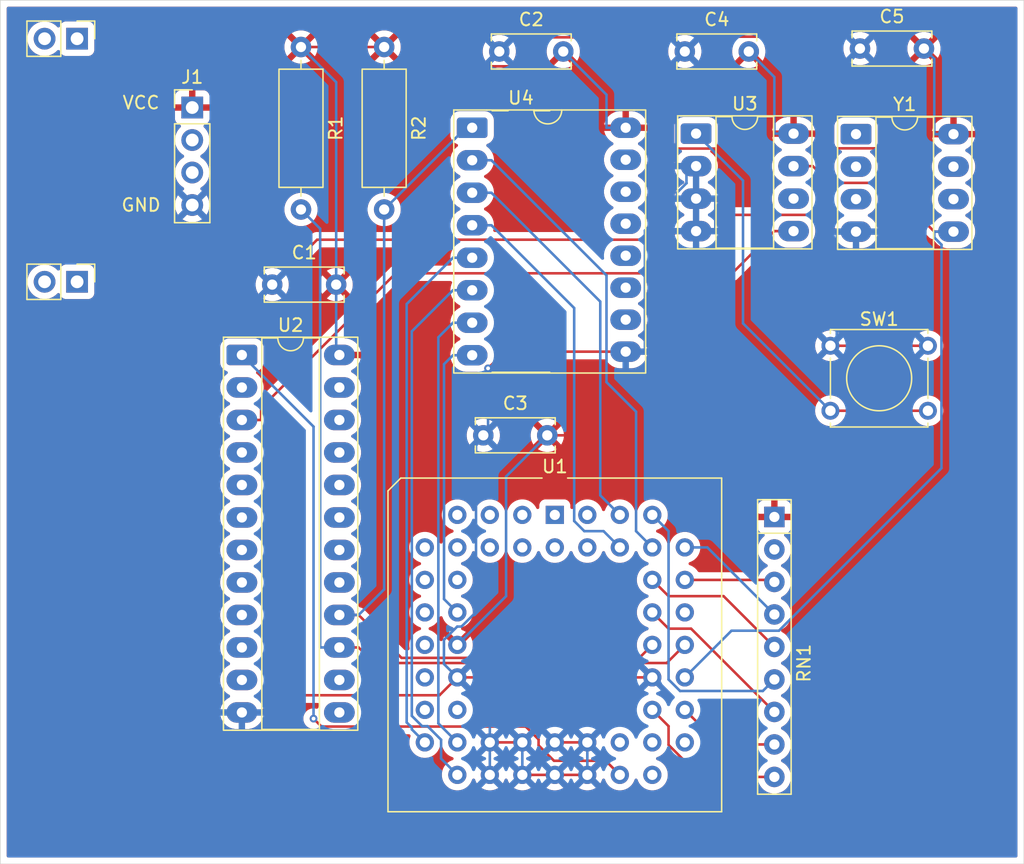
<source format=kicad_pcb>
(kicad_pcb (version 20241229) (generator "pcbnew") (generator_version "9.0")
  (layers (0 "F.Cu" signal) (2 "B.Cu" signal) (13 "F.Paste" user) (15 "B.Paste" user) (5 "F.SilkS" user "F.Silkscreen") (7 "B.SilkS" user "B.Silkscreen") (1 "F.Mask" user) (3 "B.Mask" user) (25 "Edge.Cuts" user))
  (net 0 "")
  (net 1 "Net-(RN1-R4)")
  (net 2 "Net-(RN1-R8)")
  (net 3 "Net-(RN1-R5)")
  (net 4 "Net-(RN1-R6)")
  (net 6 "Net-(RN1-R3)")
  (net 7 "Net-(RN1-R2)")
  (net 8 "Net-(RN1-R7)")
  (net 9 "Net-(U1-~{RESET})")
  (net 19 "Net-(U1-~{HALT})")
  (net 26 "Net-(U1-CLK)")
  (net 37 "+5V")
  (net 49 "GND")
  (net 55 "Net-(U1-A18)")
  (net 56 "Net-(U1-A20)")
  (net 57 "Net-(U1-A19)")
  (net 58 "Net-(U1-FC0)")
  (net 59 "Net-(U1-FC1)")
  (net 60 "Net-(U1-FC2)")
  (net 61 "Net-(U1-A21)")
  (net 62 "Net-(U2-I3)")
  (net 64 "Net-(U3-~{PB_RST})")
  (net 71 "Net-(U1-~{AS})")
  (footprint "Resistor_THT:R_Axial_DIN0309_L9.0mm_D3.2mm_P12.70mm_Horizontal" (layer "F.Cu") (at 152 35.65 -90)
    (property "Reference" "R2" (at 6.35 -2.72 90) (layer "F.SilkS"))
    (property "Value" "4K7")
    (fp_line (start 1.04 0) (end 1.73 0) (stroke (width 0.12)) (layer "F.SilkS"))
    (fp_line (start 11.66 0) (end 10.97 0) (stroke (width 0.12)) (layer "F.SilkS"))
    (fp_rect (start 1.73 -1.72) (end 10.97 1.72) (stroke (width 0.12)) (fill no) (layer "F.SilkS"))
    (pad "1" thru_hole circle (at 0 0 270) (size 1.6 1.6) (drill 0.8) (layers "*.Cu" "*.Mask") (net 37 "+5V"))
    (pad "2" thru_hole circle (at 12.7 0 270) (size 1.6 1.6) (drill 0.8) (layers "*.Cu" "*.Mask") (net 9 "Net-(U1-~{RESET})"))
  )
  (footprint "Capacitor_THT:C_Disc_D6.0mm_W2.5mm_P5.00mm" (layer "F.Cu") (at 159.75 66)
    (property "Reference" "C3" (at 2.5 -2.5 0) (layer "F.SilkS"))
    (property "Value" "0.1uF")
    (fp_line (start -0.62 -1.37) (end 5.62 -1.37) (stroke (width 0.12)) (layer "F.SilkS"))
    (fp_line (start -0.62 -0.835) (end -0.62 -1.37) (stroke (width 0.12)) (layer "F.SilkS"))
    (fp_line (start -0.62 1.37) (end -0.62 0.835) (stroke (width 0.12)) (layer "F.SilkS"))
    (fp_line (start 5.62 -1.37) (end 5.62 -0.835) (stroke (width 0.12)) (layer "F.SilkS"))
    (fp_line (start 5.62 0.835) (end 5.62 1.37) (stroke (width 0.12)) (layer "F.SilkS"))
    (fp_line (start 5.62 1.37) (end -0.62 1.37) (stroke (width 0.12)) (layer "F.SilkS"))
    (pad "1" thru_hole circle (at 0 0) (size 1.6 1.6) (drill 0.8) (layers "*.Cu" "*.Mask") (net 49 "GND"))
    (pad "2" thru_hole circle (at 5 0) (size 1.6 1.6) (drill 0.8) (layers "*.Cu" "*.Mask") (net 37 "+5V"))
  )
  (footprint "Resistor_THT:R_Array_SIP9" (layer "F.Cu") (at 182.5 72.38 -90)
    (property "Reference" "RN1" (at 11.43 -2.31 90) (layer "F.SilkS"))
    (property "Value" "2K2")
    (fp_line (start -1.35 1.31) (end 21.67 1.31) (stroke (width 0.12)) (layer "F.SilkS"))
    (fp_line (start 21.67 1.31) (end 21.67 -1.31) (stroke (width 0.12)) (layer "F.SilkS"))
    (fp_line (start -1.35 -1.31) (end -1.35 1.31) (stroke (width 0.12)) (layer "F.SilkS"))
    (fp_line (start 1.27 -1.31) (end 1.27 1.31) (stroke (width 0.12)) (layer "F.SilkS"))
    (fp_line (start 21.67 -1.31) (end -1.35 -1.31) (stroke (width 0.12)) (layer "F.SilkS"))
    (pad "1" thru_hole rect (at 0 0 270) (size 1.6 1.6) (drill 0.8) (layers "*.Cu" "*.Mask") (net 37 "+5V"))
    (pad "2" thru_hole circle (at 2.54 0 270) (size 1.6 1.6) (drill 0.8) (layers "*.Cu" "*.Mask"))
    (pad "3" thru_hole circle (at 5.08 0 270) (size 1.6 1.6) (drill 0.8) (layers "*.Cu" "*.Mask") (net 7 "Net-(RN1-R2)"))
    (pad "4" thru_hole circle (at 7.62 0 270) (size 1.6 1.6) (drill 0.8) (layers "*.Cu" "*.Mask") (net 6 "Net-(RN1-R3)"))
    (pad "5" thru_hole circle (at 10.16 0 270) (size 1.6 1.6) (drill 0.8) (layers "*.Cu" "*.Mask") (net 1 "Net-(RN1-R4)"))
    (pad "6" thru_hole circle (at 12.7 0 270) (size 1.6 1.6) (drill 0.8) (layers "*.Cu" "*.Mask") (net 3 "Net-(RN1-R5)"))
    (pad "7" thru_hole circle (at 15.24 0 270) (size 1.6 1.6) (drill 0.8) (layers "*.Cu" "*.Mask") (net 4 "Net-(RN1-R6)"))
    (pad "8" thru_hole circle (at 17.78 0 270) (size 1.6 1.6) (drill 0.8) (layers "*.Cu" "*.Mask") (net 8 "Net-(RN1-R7)"))
    (pad "9" thru_hole circle (at 20.32 0 270) (size 1.6 1.6) (drill 0.8) (layers "*.Cu" "*.Mask") (net 2 "Net-(RN1-R8)"))
  )
  (footprint "Package_DIP:DIP-16_W12mm_Socket_LongPads" (layer "F.Cu") (at 158.88 41.96)
    (property "Reference" "U4" (at 3.81 -2.33 0) (layer "F.SilkS"))
    (property "Value" "8-bit_LED_Thing")
    (fp_line (start 1.56 19.11) (end 6.06 19.11) (stroke (width 0.12)) (layer "F.SilkS"))
    (fp_line (start 2.81 -1.33) (end 1.56 -1.33) (stroke (width 0.12)) (layer "F.SilkS"))
    (fp_line (start 6.06 -1.33) (end 4.81 -1.33) (stroke (width 0.12)) (layer "F.SilkS"))
    (fp_rect (start -1.44 -1.39) (end 13.56 19.17) (stroke (width 0.12)) (fill no) (layer "F.SilkS"))
    (fp_arc (start 7 -1.39) (mid 5.912594 -0.302594) (end 4.825188 -1.39) (stroke (width 0.12)) (layer "F.SilkS"))
    (pad "1" thru_hole roundrect (at 0 0) (size 2.4 1.6) (drill 0.8) (layers "*.Cu" "*.Mask") (roundrect_rratio 0.15625) (net 9 "Net-(U1-~{RESET})"))
    (pad "2" thru_hole oval (at 0 2.54) (size 2.4 1.6) (drill 0.8) (layers "*.Cu" "*.Mask") (net 60 "Net-(U1-FC2)"))
    (pad "3" thru_hole oval (at 0 5.08) (size 2.4 1.6) (drill 0.8) (layers "*.Cu" "*.Mask") (net 59 "Net-(U1-FC1)"))
    (pad "4" thru_hole oval (at 0 7.62) (size 2.4 1.6) (drill 0.8) (layers "*.Cu" "*.Mask") (net 58 "Net-(U1-FC0)"))
    (pad "5" thru_hole oval (at 0 10.16) (size 2.4 1.6) (drill 0.8) (layers "*.Cu" "*.Mask") (net 55 "Net-(U1-A18)"))
    (pad "6" thru_hole oval (at 0 12.7) (size 2.4 1.6) (drill 0.8) (layers "*.Cu" "*.Mask") (net 57 "Net-(U1-A19)"))
    (pad "7" thru_hole oval (at 0 15.24) (size 2.4 1.6) (drill 0.8) (layers "*.Cu" "*.Mask") (net 56 "Net-(U1-A20)"))
    (pad "8" thru_hole oval (at 0 17.78) (size 2.4 1.6) (drill 0.8) (layers "*.Cu" "*.Mask") (net 61 "Net-(U1-A21)"))
    (pad "9" thru_hole oval (at 12 17.5) (size 2.4 1.6) (drill 0.8) (layers "*.Cu" "*.Mask") (net 49 "GND"))
    (pad "10" thru_hole oval (at 12 15) (size 2.4 1.6) (drill 0.8) (layers "*.Cu" "*.Mask"))
    (pad "11" thru_hole oval (at 12 12.5) (size 2.4 1.6) (drill 0.8) (layers "*.Cu" "*.Mask"))
    (pad "12" thru_hole oval (at 12 10) (size 2.4 1.6) (drill 0.8) (layers "*.Cu" "*.Mask"))
    (pad "13" thru_hole oval (at 12 7.5) (size 2.4 1.6) (drill 0.8) (layers "*.Cu" "*.Mask"))
    (pad "14" thru_hole oval (at 12 5) (size 2.4 1.6) (drill 0.8) (layers "*.Cu" "*.Mask"))
    (pad "15" thru_hole oval (at 12 2.5) (size 2.4 1.6) (drill 0.8) (layers "*.Cu" "*.Mask"))
    (pad "16" thru_hole oval (at 12 0) (size 2.4 1.6) (drill 0.8) (layers "*.Cu" "*.Mask") (net 37 "+5V"))
  )
  (footprint "Package_LCC:PLCC-52_THT-Socket" (layer "F.Cu") (at 165.34 72.22)
    (property "Reference" "U1" (at 0 -3.78 0) (layer "F.SilkS"))
    (property "Value" "MC68008FN")
    (fp_line (start -13.04 -1.88) (end -13.04 23.2) (stroke (width 0.12)) (layer "F.SilkS"))
    (fp_line (start -13.04 23.2) (end 13.04 23.2) (stroke (width 0.12)) (layer "F.SilkS"))
    (fp_line (start -12.04 -2.88) (end -13.04 -1.88) (stroke (width 0.12)) (layer "F.SilkS"))
    (fp_line (start -1 -2.88) (end -12.04 -2.88) (stroke (width 0.12)) (layer "F.SilkS"))
    (fp_line (start 13.04 -2.88) (end 1 -2.88) (stroke (width 0.12)) (layer "F.SilkS"))
    (fp_line (start 13.04 23.2) (end 13.04 -2.88) (stroke (width 0.12)) (layer "F.SilkS"))
    (pad "1" thru_hole rect (at 0 0) (size 1.4224 1.4224) (drill 0.8) (layers "*.Cu" "*.Mask"))
    (pad "2" thru_hole circle (at 0 2.54) (size 1.4224 1.4224) (drill 0.8) (layers "*.Cu" "*.Mask"))
    (pad "3" thru_hole circle (at -2.54 0) (size 1.4224 1.4224) (drill 0.8) (layers "*.Cu" "*.Mask"))
    (pad "4" thru_hole circle (at -2.54 2.54) (size 1.4224 1.4224) (drill 0.8) (layers "*.Cu" "*.Mask"))
    (pad "5" thru_hole circle (at -5.08 0) (size 1.4224 1.4224) (drill 0.8) (layers "*.Cu" "*.Mask"))
    (pad "6" thru_hole circle (at -5.08 2.54) (size 1.4224 1.4224) (drill 0.8) (layers "*.Cu" "*.Mask"))
    (pad "7" thru_hole circle (at -7.62 0) (size 1.4224 1.4224) (drill 0.8) (layers "*.Cu" "*.Mask"))
    (pad "8" thru_hole circle (at -10.16 2.54) (size 1.4224 1.4224) (drill 0.8) (layers "*.Cu" "*.Mask"))
    (pad "9" thru_hole circle (at -7.62 2.54) (size 1.4224 1.4224) (drill 0.8) (layers "*.Cu" "*.Mask"))
    (pad "10" thru_hole circle (at -10.16 5.08) (size 1.4224 1.4224) (drill 0.8) (layers "*.Cu" "*.Mask"))
    (pad "11" thru_hole circle (at -7.62 5.08) (size 1.4224 1.4224) (drill 0.8) (layers "*.Cu" "*.Mask"))
    (pad "12" thru_hole circle (at -10.16 7.62) (size 1.4224 1.4224) (drill 0.8) (layers "*.Cu" "*.Mask"))
    (pad "13" thru_hole circle (at -7.62 7.62) (size 1.4224 1.4224) (drill 0.8) (layers "*.Cu" "*.Mask") (net 61 "Net-(U1-A21)"))
    (pad "14" thru_hole circle (at -10.16 10.16) (size 1.4224 1.4224) (drill 0.8) (layers "*.Cu" "*.Mask"))
    (pad "15" thru_hole circle (at -7.62 10.16) (size 1.4224 1.4224) (drill 0.8) (layers "*.Cu" "*.Mask") (net 37 "+5V"))
    (pad "16" thru_hole circle (at -10.16 12.7) (size 1.4224 1.4224) (drill 0.8) (layers "*.Cu" "*.Mask"))
    (pad "17" thru_hole circle (at -7.62 12.7) (size 1.4224 1.4224) (drill 0.8) (layers "*.Cu" "*.Mask") (net 49 "GND"))
    (pad "18" thru_hole circle (at -10.16 15.24) (size 1.4224 1.4224) (drill 0.8) (layers "*.Cu" "*.Mask"))
    (pad "19" thru_hole circle (at -7.62 15.24) (size 1.4224 1.4224) (drill 0.8) (layers "*.Cu" "*.Mask"))
    (pad "20" thru_hole circle (at -10.16 17.78) (size 1.4224 1.4224) (drill 0.8) (layers "*.Cu" "*.Mask") (net 55 "Net-(U1-A18)"))
    (pad "21" thru_hole circle (at -7.62 20.32) (size 1.4224 1.4224) (drill 0.8) (layers "*.Cu" "*.Mask") (net 57 "Net-(U1-A19)"))
    (pad "22" thru_hole circle (at -7.62 17.78) (size 1.4224 1.4224) (drill 0.8) (layers "*.Cu" "*.Mask") (net 56 "Net-(U1-A20)"))
    (pad "23" thru_hole circle (at -5.08 20.32) (size 1.4224 1.4224) (drill 0.8) (layers "*.Cu" "*.Mask") (net 49 "GND"))
    (pad "24" thru_hole circle (at -5.08 17.78) (size 1.4224 1.4224) (drill 0.8) (layers "*.Cu" "*.Mask") (net 49 "GND"))
    (pad "25" thru_hole circle (at -2.54 20.32) (size 1.4224 1.4224) (drill 0.8) (layers "*.Cu" "*.Mask") (net 49 "GND"))
    (pad "26" thru_hole circle (at -2.54 17.78) (size 1.4224 1.4224) (drill 0.8) (layers "*.Cu" "*.Mask") (net 49 "GND"))
    (pad "27" thru_hole circle (at 0 20.32) (size 1.4224 1.4224) (drill 0.8) (layers "*.Cu" "*.Mask") (net 49 "GND"))
    (pad "28" thru_hole circle (at 0 17.78) (size 1.4224 1.4224) (drill 0.8) (layers "*.Cu" "*.Mask") (net 49 "GND"))
    (pad "29" thru_hole circle (at 2.54 20.32) (size 1.4224 1.4224) (drill 0.8) (layers "*.Cu" "*.Mask") (net 49 "GND"))
    (pad "30" thru_hole circle (at 2.54 17.78) (size 1.4224 1.4224) (drill 0.8) (layers "*.Cu" "*.Mask") (net 49 "GND"))
    (pad "31" thru_hole circle (at 5.08 20.32) (size 1.4224 1.4224) (drill 0.8) (layers "*.Cu" "*.Mask") (net 71 "Net-(U1-~{AS})"))
    (pad "32" thru_hole circle (at 5.08 17.78) (size 1.4224 1.4224) (drill 0.8) (layers "*.Cu" "*.Mask"))
    (pad "33" thru_hole circle (at 7.62 20.32) (size 1.4224 1.4224) (drill 0.8) (layers "*.Cu" "*.Mask"))
    (pad "34" thru_hole circle (at 10.16 17.78) (size 1.4224 1.4224) (drill 0.8) (layers "*.Cu" "*.Mask"))
    (pad "35" thru_hole circle (at 7.62 17.78) (size 1.4224 1.4224) (drill 0.8) (layers "*.Cu" "*.Mask"))
    (pad "36" thru_hole circle (at 10.16 15.24) (size 1.4224 1.4224) (drill 0.8) (layers "*.Cu" "*.Mask") (net 8 "Net-(RN1-R7)"))
    (pad "37" thru_hole circle (at 7.62 15.24) (size 1.4224 1.4224) (drill 0.8) (layers "*.Cu" "*.Mask") (net 2 "Net-(RN1-R8)"))
    (pad "38" thru_hole circle (at 10.16 12.7) (size 1.4224 1.4224) (drill 0.8) (layers "*.Cu" "*.Mask") (net 26 "Net-(U1-CLK)"))
    (pad "39" thru_hole circle (at 7.62 12.7) (size 1.4224 1.4224) (drill 0.8) (layers "*.Cu" "*.Mask") (net 49 "GND"))
    (pad "40" thru_hole circle (at 10.16 10.16) (size 1.4224 1.4224) (drill 0.8) (layers "*.Cu" "*.Mask") (net 19 "Net-(U1-~{HALT})"))
    (pad "41" thru_hole circle (at 7.62 10.16) (size 1.4224 1.4224) (drill 0.8) (layers "*.Cu" "*.Mask") (net 9 "Net-(U1-~{RESET})"))
    (pad "42" thru_hole circle (at 10.16 7.62) (size 1.4224 1.4224) (drill 0.8) (layers "*.Cu" "*.Mask"))
    (pad "43" thru_hole circle (at 7.62 7.62) (size 1.4224 1.4224) (drill 0.8) (layers "*.Cu" "*.Mask") (net 4 "Net-(RN1-R6)"))
    (pad "44" thru_hole circle (at 10.16 5.08) (size 1.4224 1.4224) (drill 0.8) (layers "*.Cu" "*.Mask") (net 7 "Net-(RN1-R2)"))
    (pad "45" thru_hole circle (at 7.62 5.08) (size 1.4224 1.4224) (drill 0.8) (layers "*.Cu" "*.Mask") (net 1 "Net-(RN1-R4)"))
    (pad "46" thru_hole circle (at 10.16 2.54) (size 1.4224 1.4224) (drill 0.8) (layers "*.Cu" "*.Mask") (net 6 "Net-(RN1-R3)"))
    (pad "47" thru_hole circle (at 7.62 0) (size 1.4224 1.4224) (drill 0.8) (layers "*.Cu" "*.Mask") (net 3 "Net-(RN1-R5)"))
    (pad "48" thru_hole circle (at 7.62 2.54) (size 1.4224 1.4224) (drill 0.8) (layers "*.Cu" "*.Mask") (net 60 "Net-(U1-FC2)"))
    (pad "49" thru_hole circle (at 5.08 0) (size 1.4224 1.4224) (drill 0.8) (layers "*.Cu" "*.Mask") (net 59 "Net-(U1-FC1)"))
    (pad "50" thru_hole circle (at 5.08 2.54) (size 1.4224 1.4224) (drill 0.8) (layers "*.Cu" "*.Mask") (net 58 "Net-(U1-FC0)"))
    (pad "51" thru_hole circle (at 2.54 0) (size 1.4224 1.4224) (drill 0.8) (layers "*.Cu" "*.Mask"))
    (pad "52" thru_hole circle (at 2.54 2.54) (size 1.4224 1.4224) (drill 0.8) (layers "*.Cu" "*.Mask"))
  )
  (footprint "Connector_PinHeader_2.54mm:PinHeader_1x02_P2.54mm_Vertical" (layer "F.Cu") (at 128 35 -90)
    (property "Reference" "REF**" (hide yes))
    (property "Value" "PinHeader_1x02_P2.54mm_Vertical" (hide yes))
    (fp_line (start -1.38 3.92) (end 1.38 3.92) (stroke (width 0.12)) (layer "F.SilkS"))
    (fp_line (start -1.38 1.27) (end -1.38 3.92) (stroke (width 0.12)) (layer "F.SilkS"))
    (fp_line (start -1.38 1.27) (end 1.38 1.27) (stroke (width 0.12)) (layer "F.SilkS"))
    (fp_line (start 1.38 1.27) (end 1.38 3.92) (stroke (width 0.12)) (layer "F.SilkS"))
    (fp_line (start -1.38 0) (end -1.38 -1.38) (stroke (width 0.12)) (layer "F.SilkS"))
    (fp_line (start -1.38 -1.38) (end 0 -1.38) (stroke (width 0.12)) (layer "F.SilkS"))
    (pad "1" thru_hole rect (at 0 0 270) (size 1.7 1.7) (drill 1) (layers "*.Cu" "*.Mask"))
    (pad "2" thru_hole circle (at 0 2.54 270) (size 1.7 1.7) (drill 1) (layers "*.Cu" "*.Mask"))
  )
  (footprint "Connector_PinHeader_2.54mm:PinHeader_1x04_P2.54mm_Vertical" (layer "F.Cu") (at 137 40.38)
    (property "Reference" "J1" (at 0 -2.38 0) (layer "F.SilkS"))
    (property "Value" "USB-C")
    (fp_line (start -1.38 -1.38) (end 0 -1.38) (stroke (width 0.12)) (layer "F.SilkS"))
    (fp_line (start -1.38 0) (end -1.38 -1.38) (stroke (width 0.12)) (layer "F.SilkS"))
    (fp_line (start -1.38 1.27) (end -1.38 9) (stroke (width 0.12)) (layer "F.SilkS"))
    (fp_line (start -1.38 1.27) (end 1.38 1.27) (stroke (width 0.12)) (layer "F.SilkS"))
    (fp_line (start -1.38 9) (end 1.38 9) (stroke (width 0.12)) (layer "F.SilkS"))
    (fp_line (start 1.38 1.27) (end 1.38 9) (stroke (width 0.12)) (layer "F.SilkS"))
    (pad "1" thru_hole rect (at 0 0) (size 1.7 1.7) (drill 1) (layers "*.Cu" "*.Mask") (net 37 "+5V"))
    (pad "2" thru_hole circle (at 0 2.54) (size 1.7 1.7) (drill 1) (layers "*.Cu" "*.Mask"))
    (pad "3" thru_hole circle (at 0 5.08) (size 1.7 1.7) (drill 1) (layers "*.Cu" "*.Mask"))
    (pad "4" thru_hole circle (at 0 7.62) (size 1.7 1.7) (drill 1) (layers "*.Cu" "*.Mask") (net 49 "GND"))
  )
  (footprint "Button_Switch_THT:SW_Tactile_Straight_KSA0Axx1LFTR" (layer "F.Cu") (at 186.88 59)
    (property "Reference" "SW1" (at 3.81 -2.08 0) (layer "F.SilkS"))
    (property "Value" "SW_DIP_PB")
    (fp_line (start 0 -1.27) (end 0 -0.97) (stroke (width 0.12)) (layer "F.SilkS"))
    (fp_line (start 0 -1.27) (end 7.62 -1.27) (stroke (width 0.12)) (layer "F.SilkS"))
    (fp_line (start 0 0.97) (end 0 4.11) (stroke (width 0.12)) (layer "F.SilkS"))
    (fp_line (start 0 6.05) (end 0 6.35) (stroke (width 0.12)) (layer "F.SilkS"))
    (fp_line (start 7.62 -1.27) (end 7.62 -0.97) (stroke (width 0.12)) (layer "F.SilkS"))
    (fp_line (start 7.62 0.97) (end 7.62 4.11) (stroke (width 0.12)) (layer "F.SilkS"))
    (fp_line (start 7.62 6.05) (end 7.62 6.35) (stroke (width 0.12)) (layer "F.SilkS"))
    (fp_line (start 7.62 6.35) (end 0 6.35) (stroke (width 0.12)) (layer "F.SilkS"))
    (fp_circle (center 3.81 2.54) (end 3.81 0) (stroke (width 0.12)) (fill no) (layer "F.SilkS"))
    (pad "1" thru_hole circle (at 0 0) (size 1.397 1.397) (drill 0.8128) (layers "*.Cu" "*.Mask") (net 49 "GND"))
    (pad "1" thru_hole circle (at 7.62 0) (size 1.397 1.397) (drill 0.8128) (layers "*.Cu" "*.Mask") (net 49 "GND"))
    (pad "2" thru_hole circle (at 0 5.08) (size 1.397 1.397) (drill 0.8128) (layers "*.Cu" "*.Mask") (net 64 "Net-(U3-~{PB_RST})"))
    (pad "2" thru_hole circle (at 7.62 5.08) (size 1.397 1.397) (drill 0.8128) (layers "*.Cu" "*.Mask") (net 64 "Net-(U3-~{PB_RST})"))
  )
  (footprint "Package_DIP:DIP-24_W7.62mm_Socket_LongPads" (layer "F.Cu") (at 140.88 59.72)
    (property "Reference" "U2" (at 3.81 -2.33 0) (layer "F.SilkS"))
    (property "Value" "GAL22V10")
    (fp_line (start 1.56 -1.33) (end 1.56 29.27) (stroke (width 0.12)) (layer "F.SilkS"))
    (fp_line (start 1.56 29.27) (end 6.06 29.27) (stroke (width 0.12)) (layer "F.SilkS"))
    (fp_line (start 2.81 -1.33) (end 1.56 -1.33) (stroke (width 0.12)) (layer "F.SilkS"))
    (fp_line (start 6.06 -1.33) (end 4.81 -1.33) (stroke (width 0.12)) (layer "F.SilkS"))
    (fp_line (start 6.06 29.27) (end 6.06 -1.33) (stroke (width 0.12)) (layer "F.SilkS"))
    (fp_rect (start -1.44 -1.39) (end 9.06 29.33) (stroke (width 0.12)) (fill no) (layer "F.SilkS"))
    (fp_arc (start 4.81 -1.33) (mid 3.81 -0.33) (end 2.81 -1.33) (stroke (width 0.12)) (layer "F.SilkS"))
    (pad "1" thru_hole roundrect (at 0 0) (size 2.4 1.6) (drill 0.8) (layers "*.Cu" "*.Mask") (roundrect_rratio 0.15625) (net 71 "Net-(U1-~{AS})"))
    (pad "2" thru_hole oval (at 0 2.54) (size 2.4 1.6) (drill 0.8) (layers "*.Cu" "*.Mask"))
    (pad "3" thru_hole oval (at 0 5.08) (size 2.4 1.6) (drill 0.8) (layers "*.Cu" "*.Mask") (net 62 "Net-(U2-I3)"))
    (pad "4" thru_hole oval (at 0 7.62) (size 2.4 1.6) (drill 0.8) (layers "*.Cu" "*.Mask"))
    (pad "5" thru_hole oval (at 0 10.16) (size 2.4 1.6) (drill 0.8) (layers "*.Cu" "*.Mask"))
    (pad "6" thru_hole oval (at 0 12.7) (size 2.4 1.6) (drill 0.8) (layers "*.Cu" "*.Mask"))
    (pad "7" thru_hole oval (at 0 15.24) (size 2.4 1.6) (drill 0.8) (layers "*.Cu" "*.Mask"))
    (pad "8" thru_hole oval (at 0 17.78) (size 2.4 1.6) (drill 0.8) (layers "*.Cu" "*.Mask"))
    (pad "9" thru_hole oval (at 0 20.32) (size 2.4 1.6) (drill 0.8) (layers "*.Cu" "*.Mask"))
    (pad "10" thru_hole oval (at 0 22.86) (size 2.4 1.6) (drill 0.8) (layers "*.Cu" "*.Mask"))
    (pad "11" thru_hole oval (at 0 25.4) (size 2.4 1.6) (drill 0.8) (layers "*.Cu" "*.Mask"))
    (pad "12" thru_hole oval (at 0 27.94) (size 2.4 1.6) (drill 0.8) (layers "*.Cu" "*.Mask") (net 49 "GND"))
    (pad "13" thru_hole oval (at 7.62 27.94) (size 2.4 1.6) (drill 0.8) (layers "*.Cu" "*.Mask"))
    (pad "14" thru_hole oval (at 7.62 25.4) (size 2.4 1.6) (drill 0.8) (layers "*.Cu" "*.Mask"))
    (pad "15" thru_hole oval (at 7.62 22.86) (size 2.4 1.6) (drill 0.8) (layers "*.Cu" "*.Mask") (net 19 "Net-(U1-~{HALT})"))
    (pad "16" thru_hole oval (at 7.62 20.32) (size 2.4 1.6) (drill 0.8) (layers "*.Cu" "*.Mask") (net 9 "Net-(U1-~{RESET})"))
    (pad "17" thru_hole oval (at 7.62 17.78) (size 2.4 1.6) (drill 0.8) (layers "*.Cu" "*.Mask"))
    (pad "18" thru_hole oval (at 7.62 15.24) (size 2.4 1.6) (drill 0.8) (layers "*.Cu" "*.Mask"))
    (pad "19" thru_hole oval (at 7.62 12.7) (size 2.4 1.6) (drill 0.8) (layers "*.Cu" "*.Mask"))
    (pad "20" thru_hole oval (at 7.62 10.16) (size 2.4 1.6) (drill 0.8) (layers "*.Cu" "*.Mask"))
    (pad "21" thru_hole oval (at 7.62 7.62) (size 2.4 1.6) (drill 0.8) (layers "*.Cu" "*.Mask"))
    (pad "22" thru_hole oval (at 7.62 5.08) (size 2.4 1.6) (drill 0.8) (layers "*.Cu" "*.Mask"))
    (pad "23" thru_hole oval (at 7.62 2.54) (size 2.4 1.6) (drill 0.8) (layers "*.Cu" "*.Mask"))
    (pad "24" thru_hole oval (at 7.62 0) (size 2.4 1.6) (drill 0.8) (layers "*.Cu" "*.Mask") (net 37 "+5V"))
  )
  (footprint "Package_DIP:DIP-8_W7.62mm_Socket_LongPads" (layer "F.Cu") (at 176.38 42.42)
    (property "Reference" "U3" (at 3.81 -2.33 0) (layer "F.SilkS"))
    (property "Value" "TC1232CPA")
    (fp_line (start 1.56 -1.33) (end 1.56 8.95) (stroke (width 0.12)) (layer "F.SilkS"))
    (fp_line (start 1.56 8.95) (end 6.06 8.95) (stroke (width 0.12)) (layer "F.SilkS"))
    (fp_line (start 2.81 -1.33) (end 1.56 -1.33) (stroke (width 0.12)) (layer "F.SilkS"))
    (fp_line (start 6.06 -1.33) (end 4.81 -1.33) (stroke (width 0.12)) (layer "F.SilkS"))
    (fp_line (start 6.06 8.95) (end 6.06 -1.33) (stroke (width 0.12)) (layer "F.SilkS"))
    (fp_rect (start -1.44 -1.39) (end 9.06 9.01) (stroke (width 0.12)) (fill no) (layer "F.SilkS"))
    (fp_arc (start 4.81 -1.33) (mid 3.81 -0.33) (end 2.81 -1.33) (stroke (width 0.12)) (layer "F.SilkS"))
    (pad "1" thru_hole roundrect (at 0 0) (size 2.4 1.6) (drill 0.8) (layers "*.Cu" "*.Mask") (roundrect_rratio 0.15625) (net 64 "Net-(U3-~{PB_RST})"))
    (pad "2" thru_hole oval (at 0 2.54) (size 2.4 1.6) (drill 0.8) (layers "*.Cu" "*.Mask") (net 49 "GND"))
    (pad "3" thru_hole oval (at 0 5.08) (size 2.4 1.6) (drill 0.8) (layers "*.Cu" "*.Mask") (net 49 "GND"))
    (pad "4" thru_hole oval (at 0 7.62) (size 2.4 1.6) (drill 0.8) (layers "*.Cu" "*.Mask") (net 49 "GND"))
    (pad "5" thru_hole oval (at 7.62 7.62) (size 2.4 1.6) (drill 0.8) (layers "*.Cu" "*.Mask") (net 62 "Net-(U2-I3)"))
    (pad "6" thru_hole oval (at 7.62 5.08) (size 2.4 1.6) (drill 0.8) (layers "*.Cu" "*.Mask"))
    (pad "7" thru_hole oval (at 7.62 2.54) (size 2.4 1.6) (drill 0.8) (layers "*.Cu" "*.Mask") (net 26 "Net-(U1-CLK)"))
    (pad "8" thru_hole oval (at 7.62 0) (size 2.4 1.6) (drill 0.8) (layers "*.Cu" "*.Mask") (net 37 "+5V"))
  )
  (footprint "Resistor_THT:R_Axial_DIN0309_L9.0mm_D3.2mm_P12.70mm_Horizontal" (layer "F.Cu") (at 145.5 35.65 -90)
    (property "Reference" "R1" (at 6.35 -2.72 90) (layer "F.SilkS"))
    (property "Value" "4k7")
    (fp_line (start 1.04 0) (end 1.73 0) (stroke (width 0.12)) (layer "F.SilkS"))
    (fp_line (start 11.66 0) (end 10.97 0) (stroke (width 0.12)) (layer "F.SilkS"))
    (fp_rect (start 1.73 -1.72) (end 10.97 1.72) (stroke (width 0.12)) (fill no) (layer "F.SilkS"))
    (pad "1" thru_hole circle (at 0 0 270) (size 1.6 1.6) (drill 0.8) (layers "*.Cu" "*.Mask") (net 37 "+5V"))
    (pad "2" thru_hole circle (at 12.7 0 270) (size 1.6 1.6) (drill 0.8) (layers "*.Cu" "*.Mask") (net 19 "Net-(U1-~{HALT})"))
  )
  (footprint "Capacitor_THT:C_Disc_D6.0mm_W2.5mm_P5.00mm" (layer "F.Cu") (at 189.19 35.77)
    (property "Reference" "C5" (at 2.5 -2.5 0) (layer "F.SilkS"))
    (property "Value" "0.1uF")
    (fp_line (start -0.62 -1.37) (end 5.62 -1.37) (stroke (width 0.12)) (layer "F.SilkS"))
    (fp_line (start -0.62 -0.835) (end -0.62 -1.37) (stroke (width 0.12)) (layer "F.SilkS"))
    (fp_line (start -0.62 1.37) (end -0.62 0.835) (stroke (width 0.12)) (layer "F.SilkS"))
    (fp_line (start 5.62 -1.37) (end 5.62 -0.835) (stroke (width 0.12)) (layer "F.SilkS"))
    (fp_line (start 5.62 0.835) (end 5.62 1.37) (stroke (width 0.12)) (layer "F.SilkS"))
    (fp_line (start 5.62 1.37) (end -0.62 1.37) (stroke (width 0.12)) (layer "F.SilkS"))
    (pad "1" thru_hole circle (at 0 0) (size 1.6 1.6) (drill 0.8) (layers "*.Cu" "*.Mask") (net 49 "GND"))
    (pad "2" thru_hole circle (at 5 0) (size 1.6 1.6) (drill 0.8) (layers "*.Cu" "*.Mask") (net 37 "+5V"))
  )
  (footprint "Package_DIP:DIP-8_W7.62mm_Socket_LongPads" (layer "F.Cu") (at 188.88 42.46)
    (property "Reference" "Y1" (at 3.81 -2.33 0) (layer "F.SilkS"))
    (property "Value" "8 MHz")
    (fp_line (start 1.56 -1.33) (end 1.56 8.95) (stroke (width 0.12)) (layer "F.SilkS"))
    (fp_line (start 1.56 8.95) (end 6.06 8.95) (stroke (width 0.12)) (layer "F.SilkS"))
    (fp_line (start 2.81 -1.33) (end 1.56 -1.33) (stroke (width 0.12)) (layer "F.SilkS"))
    (fp_line (start 6.06 -1.33) (end 4.81 -1.33) (stroke (width 0.12)) (layer "F.SilkS"))
    (fp_line (start 6.06 8.95) (end 6.06 -1.33) (stroke (width 0.12)) (layer "F.SilkS"))
    (fp_rect (start -1.44 -1.39) (end 9.06 9.01) (stroke (width 0.12)) (fill no) (layer "F.SilkS"))
    (fp_arc (start 4.81 -1.33) (mid 3.81 -0.33) (end 2.81 -1.33) (stroke (width 0.12)) (layer "F.SilkS"))
    (pad "1" thru_hole roundrect (at 0 0) (size 2.4 1.6) (drill 0.8) (layers "*.Cu" "*.Mask") (roundrect_rratio 0.15625))
    (pad "2" thru_hole oval (at 0 2.54) (size 2.4 1.6) (drill 0.8) (layers "*.Cu" "*.Mask"))
    (pad "3" thru_hole oval (at 0 5.08) (size 2.4 1.6) (drill 0.8) (layers "*.Cu" "*.Mask"))
    (pad "4" thru_hole oval (at 0 7.62) (size 2.4 1.6) (drill 0.8) (layers "*.Cu" "*.Mask") (net 49 "GND"))
    (pad "5" thru_hole oval (at 7.62 7.62) (size 2.4 1.6) (drill 0.8) (layers "*.Cu" "*.Mask") (net 26 "Net-(U1-CLK)"))
    (pad "6" thru_hole oval (at 7.62 5.08) (size 2.4 1.6) (drill 0.8) (layers "*.Cu" "*.Mask"))
    (pad "7" thru_hole oval (at 7.62 2.54) (size 2.4 1.6) (drill 0.8) (layers "*.Cu" "*.Mask"))
    (pad "8" thru_hole oval (at 7.62 0) (size 2.4 1.6) (drill 0.8) (layers "*.Cu" "*.Mask") (net 37 "+5V"))
  )
  (footprint "Capacitor_THT:C_Disc_D6.0mm_W2.5mm_P5.00mm" (layer "F.Cu") (at 143.25 54.22)
    (property "Reference" "C1" (at 2.5 -2.5 0) (layer "F.SilkS"))
    (property "Value" "0.1uF")
    (fp_line (start -0.62 -1.37) (end 5.62 -1.37) (stroke (width 0.12)) (layer "F.SilkS"))
    (fp_line (start -0.62 -0.835) (end -0.62 -1.37) (stroke (width 0.12)) (layer "F.SilkS"))
    (fp_line (start -0.62 1.37) (end -0.62 0.835) (stroke (width 0.12)) (layer "F.SilkS"))
    (fp_line (start 5.62 -1.37) (end 5.62 -0.835) (stroke (width 0.12)) (layer "F.SilkS"))
    (fp_line (start 5.62 0.835) (end 5.62 1.37) (stroke (width 0.12)) (layer "F.SilkS"))
    (fp_line (start 5.62 1.37) (end -0.62 1.37) (stroke (width 0.12)) (layer "F.SilkS"))
    (pad "1" thru_hole circle (at 0 0) (size 1.6 1.6) (drill 0.8) (layers "*.Cu" "*.Mask") (net 49 "GND"))
    (pad "2" thru_hole circle (at 5 0) (size 1.6 1.6) (drill 0.8) (layers "*.Cu" "*.Mask") (net 37 "+5V"))
  )
  (footprint "Connector_PinHeader_2.54mm:PinHeader_1x02_P2.54mm_Vertical" (layer "F.Cu") (at 128 54 -90)
    (property "Reference" "BRACE2" (hide yes))
    (property "Value" "PinHeader_1x02_P2.54mm_Vertical" (hide yes))
    (fp_line (start -1.38 3.92) (end 1.38 3.92) (stroke (width 0.12)) (layer "F.SilkS"))
    (fp_line (start -1.38 1.27) (end -1.38 3.92) (stroke (width 0.12)) (layer "F.SilkS"))
    (fp_line (start -1.38 1.27) (end 1.38 1.27) (stroke (width 0.12)) (layer "F.SilkS"))
    (fp_line (start 1.38 1.27) (end 1.38 3.92) (stroke (width 0.12)) (layer "F.SilkS"))
    (fp_line (start -1.38 0) (end -1.38 -1.38) (stroke (width 0.12)) (layer "F.SilkS"))
    (fp_line (start -1.38 -1.38) (end 0 -1.38) (stroke (width 0.12)) (layer "F.SilkS"))
    (pad "1" thru_hole rect (at 0 0 270) (size 1.7 1.7) (drill 1) (layers "*.Cu" "*.Mask"))
    (pad "2" thru_hole circle (at 0 2.54 270) (size 1.7 1.7) (drill 1) (layers "*.Cu" "*.Mask"))
  )
  (footprint "Capacitor_THT:C_Disc_D6.0mm_W2.5mm_P5.00mm" (layer "F.Cu") (at 161 36)
    (property "Reference" "C2" (at 2.5 -2.5 0) (layer "F.SilkS"))
    (property "Value" "0.1uF")
    (fp_line (start -0.62 -1.37) (end 5.62 -1.37) (stroke (width 0.12)) (layer "F.SilkS"))
    (fp_line (start -0.62 -0.835) (end -0.62 -1.37) (stroke (width 0.12)) (layer "F.SilkS"))
    (fp_line (start -0.62 1.37) (end -0.62 0.835) (stroke (width 0.12)) (layer "F.SilkS"))
    (fp_line (start 5.62 -1.37) (end 5.62 -0.835) (stroke (width 0.12)) (layer "F.SilkS"))
    (fp_line (start 5.62 0.835) (end 5.62 1.37) (stroke (width 0.12)) (layer "F.SilkS"))
    (fp_line (start 5.62 1.37) (end -0.62 1.37) (stroke (width 0.12)) (layer "F.SilkS"))
    (pad "1" thru_hole circle (at 0 0) (size 1.6 1.6) (drill 0.8) (layers "*.Cu" "*.Mask") (net 49 "GND"))
    (pad "2" thru_hole circle (at 5 0) (size 1.6 1.6) (drill 0.8) (layers "*.Cu" "*.Mask") (net 37 "+5V"))
  )
  (footprint "Capacitor_THT:C_Disc_D6.0mm_W2.5mm_P5.00mm" (layer "F.Cu") (at 175.5 36)
    (property "Reference" "C4" (at 2.5 -2.5 0) (layer "F.SilkS"))
    (property "Value" "0.1uF")
    (fp_line (start -0.62 -1.37) (end 5.62 -1.37) (stroke (width 0.12)) (layer "F.SilkS"))
    (fp_line (start -0.62 -0.835) (end -0.62 -1.37) (stroke (width 0.12)) (layer "F.SilkS"))
    (fp_line (start -0.62 1.37) (end -0.62 0.835) (stroke (width 0.12)) (layer "F.SilkS"))
    (fp_line (start 5.62 -1.37) (end 5.62 -0.835) (stroke (width 0.12)) (layer "F.SilkS"))
    (fp_line (start 5.62 0.835) (end 5.62 1.37) (stroke (width 0.12)) (layer "F.SilkS"))
    (fp_line (start 5.62 1.37) (end -0.62 1.37) (stroke (width 0.12)) (layer "F.SilkS"))
    (pad "1" thru_hole circle (at 0 0) (size 1.6 1.6) (drill 0.8) (layers "*.Cu" "*.Mask") (net 49 "GND"))
    (pad "2" thru_hole circle (at 5 0) (size 1.6 1.6) (drill 0.8) (layers "*.Cu" "*.Mask") (net 37 "+5V"))
  )
  (gr_rect (start 122 32) (end 202 99.5) (stroke (width 0.05)) (fill no) (layer "Edge.Cuts"))
  (gr_text "VCC" (at 133 40 0) (layer "F.SilkS") (effects (font (size 1 1))))
  (gr_text "GND" (at 133 48 0) (layer "F.SilkS") (effects (font (size 1 1))))
  (segment (start 174.23 78.57) (end 172.96 77.3) (width 0.2) (layer "F.Cu") (net 1))
  (segment (start 182.5 82.54) (end 178.53 78.57) (width 0.2) (layer "F.Cu") (net 1))
  (segment (start 178.53 78.57) (end 174.23 78.57) (width 0.2) (layer "F.Cu") (net 1))
  (segment (start 174.23 88.73) (end 172.96 87.46) (width 0.2) (layer "F.Cu") (net 2))
  (segment (start 182.5 92.7) (end 176.7331 92.7) (width 0.2) (layer "F.Cu") (net 2))
  (segment (start 174.23 90.1969) (end 174.23 88.73) (width 0.2) (layer "F.Cu") (net 2))
  (segment (start 176.7331 92.7) (end 174.23 90.1969) (width 0.2) (layer "F.Cu") (net 2))
  (segment (start 174.23 73.49) (end 174.23 85.0839) (width 0.2) (layer "B.Cu") (net 3))
  (segment (start 174.23 85.0839) (end 175.1287 85.9826) (width 0.2) (layer "B.Cu") (net 3))
  (segment (start 172.96 72.22) (end 174.23 73.49) (width 0.2) (layer "B.Cu") (net 3))
  (segment (start 175.1287 85.9826) (end 181.5974 85.9826) (width 0.2) (layer "B.Cu") (net 3))
  (segment (start 181.5974 85.9826) (end 182.5 85.08) (width 0.2) (layer "B.Cu") (net 3))
  (segment (start 175.99 81.11) (end 182.5 87.62) (width 0.2) (layer "F.Cu") (net 4))
  (segment (start 172.96 79.84) (end 174.23 81.11) (width 0.2) (layer "F.Cu") (net 4))
  (segment (start 174.23 81.11) (end 175.99 81.11) (width 0.2) (layer "F.Cu") (net 4))
  (segment (start 177.26 74.76) (end 175.5 74.76) (width 0.2) (layer "B.Cu") (net 6))
  (segment (start 182.5 80) (end 177.26 74.76) (width 0.2) (layer "B.Cu") (net 6))
  (segment (start 182.34 77.3) (end 182.5 77.46) (width 0.2) (layer "F.Cu") (net 7))
  (segment (start 175.5 77.3) (end 182.34 77.3) (width 0.2) (layer "F.Cu") (net 7))
  (segment (start 175.5 87.46) (end 178.2 90.16) (width 0.2) (layer "F.Cu") (net 8))
  (segment (start 178.2 90.16) (end 182.5 90.16) (width 0.2) (layer "F.Cu") (net 8))
  (segment (start 171.9449 83.3951) (end 153.3568 83.3951) (width 0.2) (layer "F.Cu") (net 9))
  (segment (start 153.3568 83.3951) (end 150.0017 80.04) (width 0.2) (layer "F.Cu") (net 9))
  (segment (start 148.5 80.04) (end 150.0017 80.04) (width 0.2) (layer "F.Cu") (net 9))
  (segment (start 172.96 82.38) (end 171.9449 83.3951) (width 0.2) (layer "F.Cu") (net 9))
  (segment (start 158.39 41.96) (end 158.88 41.96) (width 0.2) (layer "B.Cu") (net 9))
  (segment (start 152 48.35) (end 158.39 41.96) (width 0.2) (layer "B.Cu") (net 9))
  (segment (start 152 48.35) (end 152 78.0417) (width 0.2) (layer "B.Cu") (net 9))
  (segment (start 152 78.0417) (end 150.0017 80.04) (width 0.2) (layer "B.Cu") (net 9))
  (segment (start 148.5 80.04) (end 150.0017 80.04) (width 0.2) (layer "B.Cu") (net 9))
  (segment (start 151.2185 83.7968) (end 174.0832 83.7968) (width 0.2) (layer "F.Cu") (net 19))
  (segment (start 148.5 82.58) (end 150.0017 82.58) (width 0.2) (layer "F.Cu") (net 19))
  (segment (start 174.0832 83.7968) (end 175.5 82.38) (width 0.2) (layer "F.Cu") (net 19))
  (segment (start 150.0017 82.58) (end 151.2185 83.7968) (width 0.2) (layer "F.Cu") (net 19))
  (segment (start 146.9983 82.58) (end 146.9983 49.8483) (width 0.2) (layer "B.Cu") (net 19))
  (segment (start 148.5 82.58) (end 146.9983 82.58) (width 0.2) (layer "B.Cu") (net 19))
  (segment (start 146.9983 49.8483) (end 145.5 48.35) (width 0.2) (layer "B.Cu") (net 19))
  (segment (start 184 44.96) (end 185.5017 44.96) (width 0.2) (layer "F.Cu") (net 26))
  (segment (start 186.8117 46.27) (end 185.5017 44.96) (width 0.2) (layer "F.Cu") (net 26))
  (segment (start 194.9983 50.08) (end 191.1883 46.27) (width 0.2) (layer "F.Cu") (net 26))
  (segment (start 196.5 50.08) (end 194.9983 50.08) (width 0.2) (layer "F.Cu") (net 26))
  (segment (start 191.1883 46.27) (end 186.8117 46.27) (width 0.2) (layer "F.Cu") (net 26))
  (segment (start 182.8561 81.27) (end 179.15 81.27) (width 0.2) (layer "B.Cu") (net 26))
  (segment (start 195.5614 51.0995) (end 195.5614 68.5647) (width 0.2) (layer "B.Cu") (net 26))
  (segment (start 194.9983 50.08) (end 194.9983 50.5364) (width 0.2) (layer "B.Cu") (net 26))
  (segment (start 196.5 50.08) (end 194.9983 50.08) (width 0.2) (layer "B.Cu") (net 26))
  (segment (start 194.9983 50.5364) (end 195.5614 51.0995) (width 0.2) (layer "B.Cu") (net 26))
  (segment (start 195.5614 68.5647) (end 182.8561 81.27) (width 0.2) (layer "B.Cu") (net 26))
  (segment (start 179.15 81.27) (end 175.5 84.92) (width 0.2) (layer "B.Cu") (net 26))
  (segment (start 164.75 66) (end 175.0183 66) (width 0.2) (layer "F.Cu") (net 37))
  (segment (start 172.3817 41.96) (end 174.0088 43.5871) (width 0.2) (layer "F.Cu") (net 37))
  (segment (start 140.77 40.38) (end 145.5 35.65) (width 0.2) (layer "F.Cu") (net 37))
  (segment (start 181.3312 43.5871) (end 182.4983 42.42) (width 0.2) (layer "F.Cu") (net 37))
  (segment (start 175.0183 66) (end 181.3983 72.38) (width 0.2) (layer "F.Cu") (net 37))
  (segment (start 170.88 41.96) (end 172.3817 41.96) (width 0.2) (layer "F.Cu") (net 37))
  (segment (start 148.5 59.72) (end 150.0017 59.72) (width 0.2) (layer "F.Cu") (net 37))
  (segment (start 137 40.38) (end 140.77 40.38) (width 0.2) (layer "F.Cu") (net 37))
  (segment (start 184 42.42) (end 182.4983 42.42) (width 0.2) (layer "F.Cu") (net 37))
  (segment (start 164.75 66) (end 163.1163 64.3663) (width 0.2) (layer "F.Cu") (net 37))
  (segment (start 152 35.65) (end 153.5053 37.1553) (width 0.2) (layer "F.Cu") (net 37))
  (segment (start 185.5017 42.42) (end 186.6514 43.5697) (width 0.2) (layer "F.Cu") (net 37))
  (segment (start 153.5053 37.1553) (end 164.8447 37.1553) (width 0.2) (layer "F.Cu") (net 37))
  (segment (start 163.1163 64.3663) (end 154.648 64.3663) (width 0.2) (layer "F.Cu") (net 37))
  (segment (start 186.6514 43.5697) (end 193.8886 43.5697) (width 0.2) (layer "F.Cu") (net 37))
  (segment (start 196.5 42.46) (end 194.9983 42.46) (width 0.2) (layer "F.Cu") (net 37))
  (segment (start 145.5 35.65) (end 152 35.65) (width 0.2) (layer "F.Cu") (net 37))
  (segment (start 154.648 64.3663) (end 150.0017 59.72) (width 0.2) (layer "F.Cu") (net 37))
  (segment (start 182.5 72.38) (end 181.3983 72.38) (width 0.2) (layer "F.Cu") (net 37))
  (segment (start 174.0088 43.5871) (end 181.3312 43.5871) (width 0.2) (layer "F.Cu") (net 37))
  (segment (start 184 42.42) (end 185.5017 42.42) (width 0.2) (layer "F.Cu") (net 37))
  (segment (start 193.8886 43.5697) (end 194.9983 42.46) (width 0.2) (layer "F.Cu") (net 37))
  (segment (start 164.8447 37.1553) (end 166 36) (width 0.2) (layer "F.Cu") (net 37))
  (segment (start 161.53 78.57) (end 161.53 69.22) (width 0.2) (layer "B.Cu") (net 37))
  (segment (start 196.5 42.46) (end 194.9983 42.46) (width 0.2) (layer "B.Cu") (net 37))
  (segment (start 166 36) (end 169.3783 39.3783) (width 0.2) (layer "B.Cu") (net 37))
  (segment (start 182.4983 37.9983) (end 180.5 36) (width 0.2) (layer "B.Cu") (net 37))
  (segment (start 148.5 59.72) (end 148.25 59.47) (width 0.2) (layer "B.Cu") (net 37))
  (segment (start 148.25 38.4) (end 145.5 35.65) (width 0.2) (layer "B.Cu") (net 37))
  (segment (start 194.9983 42.46) (end 194.9983 36.5783) (width 0.2) (layer "B.Cu") (net 37))
  (segment (start 157.72 82.38) (end 161.53 78.57) (width 0.2) (layer "B.Cu") (net 37))
  (segment (start 170.88 41.96) (end 169.3783 41.96) (width 0.2) (layer "B.Cu") (net 37))
  (segment (start 169.3783 39.3783) (end 169.3783 41.96) (width 0.2) (layer "B.Cu") (net 37))
  (segment (start 184 42.42) (end 182.4983 42.42) (width 0.2) (layer "B.Cu") (net 37))
  (segment (start 148.25 54.22) (end 148.25 38.4) (width 0.2) (layer "B.Cu") (net 37))
  (segment (start 148.25 59.47) (end 148.25 54.22) (width 0.2) (layer "B.Cu") (net 37))
  (segment (start 194.9983 36.5783) (end 194.19 35.77) (width 0.2) (layer "B.Cu") (net 37))
  (segment (start 182.4983 42.42) (end 182.4983 37.9983) (width 0.2) (layer "B.Cu") (net 37))
  (segment (start 161.53 69.22) (end 164.75 66) (width 0.2) (layer "B.Cu") (net 37))
  (segment (start 161.4234 59.46) (end 160.1219 60.7615) (width 0.2) (layer "F.Cu") (net 49))
  (segment (start 189.19 35.77) (end 188.2622 34.8422) (width 0.2) (layer "F.Cu") (net 49))
  (segment (start 167.88 90) (end 165.34 90) (width 0.2) (layer "F.Cu") (net 49))
  (segment (start 167.88 92.54) (end 165.34 92.54) (width 0.2) (layer "F.Cu") (net 49))
  (segment (start 143.25 54.22) (end 146.76 50.71) (width 0.2) (layer "F.Cu") (net 49))
  (segment (start 170.88 59.46) (end 161.4234 59.46) (width 0.2) (layer "F.Cu") (net 49))
  (segment (start 142.3817 87.66) (end 143.7261 86.3156) (width 0.2) (layer "F.Cu") (net 49))
  (segment (start 143.7261 86.3156) (end 156.3244 86.3156) (width 0.2) (layer "F.Cu") (net 49))
  (segment (start 188.88 50.08) (end 187.3783 50.08) (width 0.2) (layer "F.Cu") (net 49))
  (segment (start 186.0683 48.77) (end 187.3783 50.08) (width 0.2) (layer "F.Cu") (net 49))
  (segment (start 160.26 90) (end 162.8 90) (width 0.2) (layer "F.Cu") (net 49))
  (segment (start 156.3244 86.3156) (end 157.72 84.92) (width 0.2) (layer "F.Cu") (net 49))
  (segment (start 174.2083 50.71) (end 174.8783 50.04) (width 0.2) (layer "F.Cu") (net 49))
  (segment (start 162.8 92.54) (end 165.34 92.54) (width 0.2) (layer "F.Cu") (net 49))
  (segment (start 176.38 50.04) (end 174.8783 50.04) (width 0.2) (layer "F.Cu") (net 49))
  (segment (start 177.8817 47.5) (end 179.1517 48.77) (width 0.2) (layer "F.Cu") (net 49))
  (segment (start 188.2622 34.8422) (end 176.6578 34.8422) (width 0.2) (layer "F.Cu") (net 49))
  (segment (start 176.38 47.5) (end 177.8817 47.5) (width 0.2) (layer "F.Cu") (net 49))
  (segment (start 146.76 50.71) (end 174.2083 50.71) (width 0.2) (layer "F.Cu") (net 49))
  (segment (start 186.88 59) (end 194.5 59) (width 0.2) (layer "F.Cu") (net 49))
  (segment (start 176.6578 34.8422) (end 175.5 36) (width 0.2) (layer "F.Cu") (net 49))
  (segment (start 172.96 84.92) (end 157.72 84.92) (width 0.2) (layer "F.Cu") (net 49))
  (segment (start 140.88 87.66) (end 142.3817 87.66) (width 0.2) (layer "F.Cu") (net 49))
  (segment (start 179.1517 48.77) (end 186.0683 48.77) (width 0.2) (layer "F.Cu") (net 49))
  (segment (start 161 36) (end 162.1079 34.8921) (width 0.2) (layer "F.Cu") (net 49))
  (segment (start 162.1079 34.8921) (end 174.3921 34.8921) (width 0.2) (layer "F.Cu") (net 49))
  (segment (start 174.3921 34.8921) (end 175.5 36) (width 0.2) (layer "F.Cu") (net 49))
  (via (at 160.1219 60.7615) (size 0.6) (drill 0.3) (layers "F.Cu" "B.Cu") (net 49))
  (segment (start 176.38 47.5) (end 177.8817 47.5) (width 0.2) (layer "B.Cu") (net 49))
  (segment (start 175.6292 44.96) (end 174.8783 44.96) (width 0.2) (layer "B.Cu") (net 49))
  (segment (start 172.3817 59.46) (end 172.3817 49.9966) (width 0.2) (layer "B.Cu") (net 49))
  (segment (start 157.7111 80.9472) (end 156.6738 81.9845) (width 0.2) (layer "B.Cu") (net 49))
  (segment (start 160.1219 65.6281) (end 159.75 66) (width 0.2) (layer "B.Cu") (net 49))
  (segment (start 177.8817 47.5) (end 177.8817 50.04) (width 0.2) (layer "B.Cu") (net 49))
  (segment (start 137 48) (end 143.22 54.22) (width 0.2) (layer "B.Cu") (net 49))
  (segment (start 175.6291 46.2928) (end 174.8783 47.0436) (width 0.2) (layer "B.Cu") (net 49))
  (segment (start 176.38 47.5) (end 174.8783 47.5) (width 0.2) (layer "B.Cu") (net 49))
  (segment (start 187.3783 58.5017) (end 186.88 59) (width 0.2) (layer "B.Cu") (net 49))
  (segment (start 159.18 79.8125) (end 158.0453 80.9472) (width 0.2) (layer "B.Cu") (net 49))
  (segment (start 160.1219 60.7615) (end 160.1219 65.6281) (width 0.2) (layer "B.Cu") (net 49))
  (segment (start 174.8783 47.0436) (end 174.8783 47.5) (width 0.2) (layer "B.Cu") (net 49))
  (segment (start 162.8 92.54) (end 162.8 90) (width 0.2) (layer "B.Cu") (net 49))
  (segment (start 158.0453 80.9472) (end 157.7111 80.9472) (width 0.2) (layer "B.Cu") (net 49))
  (segment (start 157.72 84.92) (end 160.26 87.46) (width 0.2) (layer "B.Cu") (net 49))
  (segment (start 143.22 54.22) (end 143.25 54.22) (width 0.2) (layer "B.Cu") (net 49))
  (segment (start 160.26 92.54) (end 160.26 90) (width 0.2) (layer "B.Cu") (net 49))
  (segment (start 156.6738 83.8738) (end 157.72 84.92) (width 0.2) (layer "B.Cu") (net 49))
  (segment (start 159.18 66.57) (end 159.18 79.8125) (width 0.2) (layer "B.Cu") (net 49))
  (segment (start 170.88 59.46) (end 172.3817 59.46) (width 0.2) (layer "B.Cu") (net 49))
  (segment (start 187.3783 50.08) (end 187.3783 58.5017) (width 0.2) (layer "B.Cu") (net 49))
  (segment (start 176.38 50.04) (end 177.8817 50.04) (width 0.2) (layer "B.Cu") (net 49))
  (segment (start 172.3817 49.9966) (end 174.8783 47.5) (width 0.2) (layer "B.Cu") (net 49))
  (segment (start 159.75 66) (end 159.18 66.57) (width 0.2) (layer "B.Cu") (net 49))
  (segment (start 175.5 36) (end 174.8347 36.6653) (width 0.2) (layer "B.Cu") (net 49))
  (segment (start 167.88 90) (end 167.88 92.54) (width 0.2) (layer "B.Cu") (net 49))
  (segment (start 174.8347 36.6653) (end 174.8347 44.9164) (width 0.2) (layer "B.Cu") (net 49))
  (segment (start 175.6292 46.2928) (end 175.6291 46.2928) (width 0.2) (layer "B.Cu") (net 49))
  (segment (start 188.88 50.08) (end 187.3783 50.08) (width 0.2) (layer "B.Cu") (net 49))
  (segment (start 175.6292 44.96) (end 175.6292 46.2928) (width 0.2) (layer "B.Cu") (net 49))
  (segment (start 156.6738 81.9845) (end 156.6738 83.8738) (width 0.2) (layer "B.Cu") (net 49))
  (segment (start 174.8347 44.9164) (end 174.8783 44.96) (width 0.2) (layer "B.Cu") (net 49))
  (segment (start 176.38 44.96) (end 175.6292 44.96) (width 0.2) (layer "B.Cu") (net 49))
  (segment (start 160.26 87.46) (end 160.26 90) (width 0.2) (layer "B.Cu") (net 49))
  (segment (start 157.3783 52.12) (end 153.7601 55.7382) (width 0.2) (layer "B.Cu") (net 55))
  (segment (start 154.1618 88.8394) (end 154.1618 88.9818) (width 0.2) (layer "B.Cu") (net 55))
  (segment (start 153.9955 88.6731) (end 154.1618 88.8394) (width 0.2) (layer "B.Cu") (net 55))
  (segment (start 153.7601 88.4377) (end 153.9955 88.6731) (width 0.2) (layer "B.Cu") (net 55))
  (segment (start 153.7601 55.7382) (end 153.7601 88.4377) (width 0.2) (layer "B.Cu") (net 55))
  (segment (start 158.88 52.12) (end 157.3783 52.12) (width 0.2) (layer "B.Cu") (net 55))
  (segment (start 153.9955 88.6731) (end 154.1618 88.8394) (width 0.2) (layer "B.Cu") (net 55))
  (segment (start 154.1618 88.9818) (end 155.18 90) (width 0.2) (layer "B.Cu") (net 55))
  (segment (start 156.2372 58.3411) (end 156.2372 88.5172) (width 0.2) (layer "B.Cu") (net 56))
  (segment (start 157.3783 57.2) (end 156.2372 58.3411) (width 0.2) (layer "B.Cu") (net 56))
  (segment (start 156.2372 88.5172) (end 157.72 90) (width 0.2) (layer "B.Cu") (net 56))
  (segment (start 158.88 57.2) (end 157.3783 57.2) (width 0.2) (layer "B.Cu") (net 56))
  (segment (start 154.9658 88.73) (end 155.3891 88.73) (width 0.2) (layer "B.Cu") (net 57))
  (segment (start 157.3783 54.66) (end 154.1618 57.8765) (width 0.2) (layer "B.Cu") (net 57))
  (segment (start 154.1618 57.8765) (end 154.1618 87.926) (width 0.2) (layer "B.Cu") (net 57))
  (segment (start 154.1618 87.926) (end 154.9658 88.73) (width 0.2) (layer "B.Cu") (net 57))
  (segment (start 156.45 89.7909) (end 156.45 91.27) (width 0.2) (layer "B.Cu") (net 57))
  (segment (start 155.3891 88.73) (end 156.45 89.7909) (width 0.2) (layer "B.Cu") (net 57))
  (segment (start 156.45 91.27) (end 157.72 92.54) (width 0.2) (layer "B.Cu") (net 57))
  (segment (start 158.88 54.66) (end 157.3783 54.66) (width 0.2) (layer "B.Cu") (net 57))
  (segment (start 170.42 74.76) (end 169.15 73.49) (width 0.2) (layer "B.Cu") (net 58))
  (segment (start 166.8526 72.6966) (end 166.8526 56.0509) (width 0.2) (layer "B.Cu") (net 58))
  (segment (start 169.15 73.49) (end 167.646 73.49) (width 0.2) (layer "B.Cu") (net 58))
  (segment (start 166.8526 56.0509) (end 160.3817 49.58) (width 0.2) (layer "B.Cu") (net 58))
  (segment (start 158.88 49.58) (end 160.3817 49.58) (width 0.2) (layer "B.Cu") (net 58))
  (segment (start 167.646 73.49) (end 166.8526 72.6966) (width 0.2) (layer "B.Cu") (net 58))
  (segment (start 168.8914 55.5497) (end 168.8914 70.6914) (width 0.2) (layer "B.Cu") (net 59))
  (segment (start 168.8914 70.6914) (end 170.42 72.22) (width 0.2) (layer "B.Cu") (net 59))
  (segment (start 158.88 47.04) (end 160.3817 47.04) (width 0.2) (layer "B.Cu") (net 59))
  (segment (start 160.3817 47.04) (end 168.8914 55.5497) (width 0.2) (layer "B.Cu") (net 59))
  (segment (start 172.96 74.76) (end 171.69 73.49) (width 0.2) (layer "B.Cu") (net 60))
  (segment (start 169.3783 53.4966) (end 160.3817 44.5) (width 0.2) (layer "B.Cu") (net 60))
  (segment (start 171.69 73.49) (end 171.69 64.1539) (width 0.2) (layer "B.Cu") (net 60))
  (segment (start 158.88 44.5) (end 160.3817 44.5) (width 0.2) (layer "B.Cu") (net 60))
  (segment (start 169.3783 61.8422) (end 169.3783 53.4966) (width 0.2) (layer "B.Cu") (net 60))
  (segment (start 171.69 64.1539) (end 169.3783 61.8422) (width 0.2) (layer "B.Cu") (net 60))
  (segment (start 158.88 59.74) (end 157.3783 59.74) (width 0.2) (layer "B.Cu") (net 61))
  (segment (start 156.6802 78.8002) (end 156.6802 60.4381) (width 0.2) (layer "B.Cu") (net 61))
  (segment (start 157.72 79.84) (end 156.6802 78.8002) (width 0.2) (layer "B.Cu") (net 61))
  (segment (start 156.6802 60.4381) (end 157.3783 59.74) (width 0.2) (layer "B.Cu") (net 61))
  (segment (start 184 50.04) (end 182.4983 50.04) (width 0.2) (layer "F.Cu") (net 62))
  (segment (start 142.3817 63.8614) (end 152.9073 53.3358) (width 0.2) (layer "F.Cu") (net 62))
  (segment (start 140.88 64.8) (end 142.3817 64.8) (width 0.2) (layer "F.Cu") (net 62))
  (segment (start 179.2025 53.3358) (end 182.4983 50.04) (width 0.2) (layer "F.Cu") (net 62))
  (segment (start 142.3817 64.8) (end 142.3817 63.8614) (width 0.2) (layer "F.Cu") (net 62))
  (segment (start 152.9073 53.3358) (end 179.2025 53.3358) (width 0.2) (layer "F.Cu") (net 62))
  (segment (start 194.5 64.08) (end 186.88 64.08) (width 0.2) (layer "F.Cu") (net 64))
  (segment (start 180.0477 57.2477) (end 180.0477 46.0877) (width 0.2) (layer "B.Cu") (net 64))
  (segment (start 180.0477 46.0877) (end 176.38 42.42) (width 0.2) (layer "B.Cu") (net 64))
  (segment (start 186.88 64.08) (end 180.0477 57.2477) (width 0.2) (layer "B.Cu") (net 64))
  (segment (start 169.3179 91.4379) (end 165.2764 91.4379) (width 0.2) (layer "F.Cu") (net 71))
  (segment (start 163.0635 88.7617) (end 147.1003 88.7617) (width 0.2) (layer "F.Cu") (net 71))
  (segment (start 164.07 90.2315) (end 164.07 89.7682) (width 0.2) (layer "F.Cu") (net 71))
  (segment (start 170.42 92.54) (end 169.3179 91.4379) (width 0.2) (layer "F.Cu") (net 71))
  (segment (start 147.1003 88.7617) (end 146.4816 88.143) (width 0.2) (layer "F.Cu") (net 71))
  (segment (start 164.07 89.7682) (end 163.0635 88.7617) (width 0.2) (layer "F.Cu") (net 71))
  (segment (start 165.2764 91.4379) (end 164.07 90.2315) (width 0.2) (layer "F.Cu") (net 71))
  (via (at 146.4816 88.143) (size 0.6) (drill 0.3) (layers "F.Cu" "B.Cu") (net 71))
  (segment (start 146.4816 88.143) (end 146.4816 65.3216) (width 0.2) (layer "B.Cu") (net 71))
  (segment (start 146.4816 65.3216) (end 140.88 59.72) (width 0.2) (layer "B.Cu") (net 71))
  (zone (net 37) (net_name "+5V") (layer "F.Cu") (connect_pads (clearance 0.5)) (min_thickness 0.25) (fill yes (thermal_gap 0.5) (thermal_bridge_width 0.5))
    (polygon (pts (xy 122 32) (xy 202 32) (xy 202 99.5) (xy 122 99.5)))
  )
  (zone (net 49) (net_name "GND") (layer "B.Cu") (priority 1) (connect_pads (clearance 0.5)) (min_thickness 0.25) (fill yes (thermal_gap 0.5) (thermal_bridge_width 0.5))
    (polygon (pts (xy 122 32) (xy 202 32) (xy 202 99.5) (xy 122 99.5)))
  )
)
</source>
